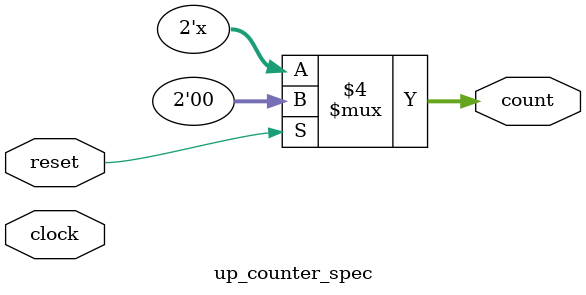
<source format=v>
module up_counter_spec(input [0:0] clock, input [0:0] reset, output reg [1:0] count);
    always @(*) begin
        if (reset) begin
            count = 2'b00; // Reset to 0
        end else begin
            count = count + 1; // Increment count
        end
    end
endmodule

</source>
